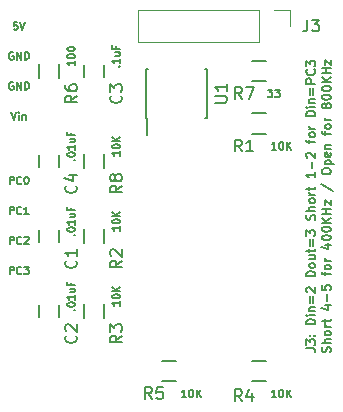
<source format=gbr>
G04 #@! TF.FileFunction,Legend,Top*
%FSLAX46Y46*%
G04 Gerber Fmt 4.6, Leading zero omitted, Abs format (unit mm)*
G04 Created by KiCad (PCBNEW 4.0.7) date Thursday, December 07, 2017 'PMt' 10:45:11 PM*
%MOMM*%
%LPD*%
G01*
G04 APERTURE LIST*
%ADD10C,0.100000*%
%ADD11C,0.190500*%
%ADD12C,0.127000*%
%ADD13C,0.150000*%
%ADD14C,0.120000*%
G04 APERTURE END LIST*
D10*
D11*
X139885964Y-82531857D02*
X140430250Y-82531857D01*
X140539107Y-82568143D01*
X140611679Y-82640714D01*
X140647964Y-82749571D01*
X140647964Y-82822143D01*
X139885964Y-82241572D02*
X139885964Y-81769858D01*
X140176250Y-82023858D01*
X140176250Y-81915000D01*
X140212536Y-81842429D01*
X140248821Y-81806143D01*
X140321393Y-81769858D01*
X140502821Y-81769858D01*
X140575393Y-81806143D01*
X140611679Y-81842429D01*
X140647964Y-81915000D01*
X140647964Y-82132715D01*
X140611679Y-82205286D01*
X140575393Y-82241572D01*
X140575393Y-81443286D02*
X140611679Y-81407001D01*
X140647964Y-81443286D01*
X140611679Y-81479572D01*
X140575393Y-81443286D01*
X140647964Y-81443286D01*
X140176250Y-81443286D02*
X140212536Y-81407001D01*
X140248821Y-81443286D01*
X140212536Y-81479572D01*
X140176250Y-81443286D01*
X140248821Y-81443286D01*
X140647964Y-80499858D02*
X139885964Y-80499858D01*
X139885964Y-80318430D01*
X139922250Y-80209573D01*
X139994821Y-80137001D01*
X140067393Y-80100716D01*
X140212536Y-80064430D01*
X140321393Y-80064430D01*
X140466536Y-80100716D01*
X140539107Y-80137001D01*
X140611679Y-80209573D01*
X140647964Y-80318430D01*
X140647964Y-80499858D01*
X140647964Y-79737858D02*
X140139964Y-79737858D01*
X139885964Y-79737858D02*
X139922250Y-79774144D01*
X139958536Y-79737858D01*
X139922250Y-79701573D01*
X139885964Y-79737858D01*
X139958536Y-79737858D01*
X140139964Y-79375001D02*
X140647964Y-79375001D01*
X140212536Y-79375001D02*
X140176250Y-79338716D01*
X140139964Y-79266144D01*
X140139964Y-79157287D01*
X140176250Y-79084716D01*
X140248821Y-79048430D01*
X140647964Y-79048430D01*
X140248821Y-78685572D02*
X140248821Y-78105001D01*
X140466536Y-78105001D02*
X140466536Y-78685572D01*
X139958536Y-77778429D02*
X139922250Y-77742143D01*
X139885964Y-77669572D01*
X139885964Y-77488143D01*
X139922250Y-77415572D01*
X139958536Y-77379286D01*
X140031107Y-77343001D01*
X140103679Y-77343001D01*
X140212536Y-77379286D01*
X140647964Y-77814715D01*
X140647964Y-77343001D01*
X140647964Y-76435858D02*
X139885964Y-76435858D01*
X139885964Y-76254430D01*
X139922250Y-76145573D01*
X139994821Y-76073001D01*
X140067393Y-76036716D01*
X140212536Y-76000430D01*
X140321393Y-76000430D01*
X140466536Y-76036716D01*
X140539107Y-76073001D01*
X140611679Y-76145573D01*
X140647964Y-76254430D01*
X140647964Y-76435858D01*
X140647964Y-75565001D02*
X140611679Y-75637573D01*
X140575393Y-75673858D01*
X140502821Y-75710144D01*
X140285107Y-75710144D01*
X140212536Y-75673858D01*
X140176250Y-75637573D01*
X140139964Y-75565001D01*
X140139964Y-75456144D01*
X140176250Y-75383573D01*
X140212536Y-75347287D01*
X140285107Y-75311001D01*
X140502821Y-75311001D01*
X140575393Y-75347287D01*
X140611679Y-75383573D01*
X140647964Y-75456144D01*
X140647964Y-75565001D01*
X140139964Y-74657858D02*
X140647964Y-74657858D01*
X140139964Y-74984429D02*
X140539107Y-74984429D01*
X140611679Y-74948144D01*
X140647964Y-74875572D01*
X140647964Y-74766715D01*
X140611679Y-74694144D01*
X140575393Y-74657858D01*
X140139964Y-74403858D02*
X140139964Y-74113572D01*
X139885964Y-74295000D02*
X140539107Y-74295000D01*
X140611679Y-74258715D01*
X140647964Y-74186143D01*
X140647964Y-74113572D01*
X140248821Y-73859571D02*
X140248821Y-73279000D01*
X140466536Y-73279000D02*
X140466536Y-73859571D01*
X139885964Y-72988714D02*
X139885964Y-72517000D01*
X140176250Y-72771000D01*
X140176250Y-72662142D01*
X140212536Y-72589571D01*
X140248821Y-72553285D01*
X140321393Y-72517000D01*
X140502821Y-72517000D01*
X140575393Y-72553285D01*
X140611679Y-72589571D01*
X140647964Y-72662142D01*
X140647964Y-72879857D01*
X140611679Y-72952428D01*
X140575393Y-72988714D01*
X140611679Y-71646143D02*
X140647964Y-71537286D01*
X140647964Y-71355857D01*
X140611679Y-71283286D01*
X140575393Y-71247000D01*
X140502821Y-71210715D01*
X140430250Y-71210715D01*
X140357679Y-71247000D01*
X140321393Y-71283286D01*
X140285107Y-71355857D01*
X140248821Y-71501000D01*
X140212536Y-71573572D01*
X140176250Y-71609857D01*
X140103679Y-71646143D01*
X140031107Y-71646143D01*
X139958536Y-71609857D01*
X139922250Y-71573572D01*
X139885964Y-71501000D01*
X139885964Y-71319572D01*
X139922250Y-71210715D01*
X140647964Y-70884143D02*
X139885964Y-70884143D01*
X140647964Y-70557572D02*
X140248821Y-70557572D01*
X140176250Y-70593858D01*
X140139964Y-70666429D01*
X140139964Y-70775286D01*
X140176250Y-70847858D01*
X140212536Y-70884143D01*
X140647964Y-70085857D02*
X140611679Y-70158429D01*
X140575393Y-70194714D01*
X140502821Y-70231000D01*
X140285107Y-70231000D01*
X140212536Y-70194714D01*
X140176250Y-70158429D01*
X140139964Y-70085857D01*
X140139964Y-69977000D01*
X140176250Y-69904429D01*
X140212536Y-69868143D01*
X140285107Y-69831857D01*
X140502821Y-69831857D01*
X140575393Y-69868143D01*
X140611679Y-69904429D01*
X140647964Y-69977000D01*
X140647964Y-70085857D01*
X140647964Y-69505285D02*
X140139964Y-69505285D01*
X140285107Y-69505285D02*
X140212536Y-69469000D01*
X140176250Y-69432714D01*
X140139964Y-69360143D01*
X140139964Y-69287571D01*
X140139964Y-69142429D02*
X140139964Y-68852143D01*
X139885964Y-69033571D02*
X140539107Y-69033571D01*
X140611679Y-68997286D01*
X140647964Y-68924714D01*
X140647964Y-68852143D01*
X140647964Y-67618429D02*
X140647964Y-68053857D01*
X140647964Y-67836143D02*
X139885964Y-67836143D01*
X139994821Y-67908714D01*
X140067393Y-67981286D01*
X140103679Y-68053857D01*
X140357679Y-67291857D02*
X140357679Y-66711286D01*
X139958536Y-66384714D02*
X139922250Y-66348428D01*
X139885964Y-66275857D01*
X139885964Y-66094428D01*
X139922250Y-66021857D01*
X139958536Y-65985571D01*
X140031107Y-65949286D01*
X140103679Y-65949286D01*
X140212536Y-65985571D01*
X140647964Y-66421000D01*
X140647964Y-65949286D01*
X140139964Y-65151001D02*
X140139964Y-64860715D01*
X140647964Y-65042143D02*
X139994821Y-65042143D01*
X139922250Y-65005858D01*
X139885964Y-64933286D01*
X139885964Y-64860715D01*
X140647964Y-64497857D02*
X140611679Y-64570429D01*
X140575393Y-64606714D01*
X140502821Y-64643000D01*
X140285107Y-64643000D01*
X140212536Y-64606714D01*
X140176250Y-64570429D01*
X140139964Y-64497857D01*
X140139964Y-64389000D01*
X140176250Y-64316429D01*
X140212536Y-64280143D01*
X140285107Y-64243857D01*
X140502821Y-64243857D01*
X140575393Y-64280143D01*
X140611679Y-64316429D01*
X140647964Y-64389000D01*
X140647964Y-64497857D01*
X140647964Y-63917285D02*
X140139964Y-63917285D01*
X140285107Y-63917285D02*
X140212536Y-63881000D01*
X140176250Y-63844714D01*
X140139964Y-63772143D01*
X140139964Y-63699571D01*
X140647964Y-62865000D02*
X139885964Y-62865000D01*
X139885964Y-62683572D01*
X139922250Y-62574715D01*
X139994821Y-62502143D01*
X140067393Y-62465858D01*
X140212536Y-62429572D01*
X140321393Y-62429572D01*
X140466536Y-62465858D01*
X140539107Y-62502143D01*
X140611679Y-62574715D01*
X140647964Y-62683572D01*
X140647964Y-62865000D01*
X140647964Y-62103000D02*
X140139964Y-62103000D01*
X139885964Y-62103000D02*
X139922250Y-62139286D01*
X139958536Y-62103000D01*
X139922250Y-62066715D01*
X139885964Y-62103000D01*
X139958536Y-62103000D01*
X140139964Y-61740143D02*
X140647964Y-61740143D01*
X140212536Y-61740143D02*
X140176250Y-61703858D01*
X140139964Y-61631286D01*
X140139964Y-61522429D01*
X140176250Y-61449858D01*
X140248821Y-61413572D01*
X140647964Y-61413572D01*
X140248821Y-61050714D02*
X140248821Y-60470143D01*
X140466536Y-60470143D02*
X140466536Y-61050714D01*
X140647964Y-60107285D02*
X139885964Y-60107285D01*
X139885964Y-59817000D01*
X139922250Y-59744428D01*
X139958536Y-59708143D01*
X140031107Y-59671857D01*
X140139964Y-59671857D01*
X140212536Y-59708143D01*
X140248821Y-59744428D01*
X140285107Y-59817000D01*
X140285107Y-60107285D01*
X140575393Y-58909857D02*
X140611679Y-58946143D01*
X140647964Y-59055000D01*
X140647964Y-59127571D01*
X140611679Y-59236428D01*
X140539107Y-59309000D01*
X140466536Y-59345285D01*
X140321393Y-59381571D01*
X140212536Y-59381571D01*
X140067393Y-59345285D01*
X139994821Y-59309000D01*
X139922250Y-59236428D01*
X139885964Y-59127571D01*
X139885964Y-59055000D01*
X139922250Y-58946143D01*
X139958536Y-58909857D01*
X139885964Y-58655857D02*
X139885964Y-58184143D01*
X140176250Y-58438143D01*
X140176250Y-58329285D01*
X140212536Y-58256714D01*
X140248821Y-58220428D01*
X140321393Y-58184143D01*
X140502821Y-58184143D01*
X140575393Y-58220428D01*
X140611679Y-58256714D01*
X140647964Y-58329285D01*
X140647964Y-58547000D01*
X140611679Y-58619571D01*
X140575393Y-58655857D01*
X141945179Y-82840285D02*
X141981464Y-82731428D01*
X141981464Y-82549999D01*
X141945179Y-82477428D01*
X141908893Y-82441142D01*
X141836321Y-82404857D01*
X141763750Y-82404857D01*
X141691179Y-82441142D01*
X141654893Y-82477428D01*
X141618607Y-82549999D01*
X141582321Y-82695142D01*
X141546036Y-82767714D01*
X141509750Y-82803999D01*
X141437179Y-82840285D01*
X141364607Y-82840285D01*
X141292036Y-82803999D01*
X141255750Y-82767714D01*
X141219464Y-82695142D01*
X141219464Y-82513714D01*
X141255750Y-82404857D01*
X141981464Y-82078285D02*
X141219464Y-82078285D01*
X141981464Y-81751714D02*
X141582321Y-81751714D01*
X141509750Y-81788000D01*
X141473464Y-81860571D01*
X141473464Y-81969428D01*
X141509750Y-82042000D01*
X141546036Y-82078285D01*
X141981464Y-81279999D02*
X141945179Y-81352571D01*
X141908893Y-81388856D01*
X141836321Y-81425142D01*
X141618607Y-81425142D01*
X141546036Y-81388856D01*
X141509750Y-81352571D01*
X141473464Y-81279999D01*
X141473464Y-81171142D01*
X141509750Y-81098571D01*
X141546036Y-81062285D01*
X141618607Y-81025999D01*
X141836321Y-81025999D01*
X141908893Y-81062285D01*
X141945179Y-81098571D01*
X141981464Y-81171142D01*
X141981464Y-81279999D01*
X141981464Y-80699427D02*
X141473464Y-80699427D01*
X141618607Y-80699427D02*
X141546036Y-80663142D01*
X141509750Y-80626856D01*
X141473464Y-80554285D01*
X141473464Y-80481713D01*
X141473464Y-80336571D02*
X141473464Y-80046285D01*
X141219464Y-80227713D02*
X141872607Y-80227713D01*
X141945179Y-80191428D01*
X141981464Y-80118856D01*
X141981464Y-80046285D01*
X141473464Y-78885142D02*
X141981464Y-78885142D01*
X141183179Y-79066571D02*
X141727464Y-79247999D01*
X141727464Y-78776285D01*
X141691179Y-78485999D02*
X141691179Y-77905428D01*
X141219464Y-77179713D02*
X141219464Y-77542570D01*
X141582321Y-77578856D01*
X141546036Y-77542570D01*
X141509750Y-77469999D01*
X141509750Y-77288570D01*
X141546036Y-77215999D01*
X141582321Y-77179713D01*
X141654893Y-77143428D01*
X141836321Y-77143428D01*
X141908893Y-77179713D01*
X141945179Y-77215999D01*
X141981464Y-77288570D01*
X141981464Y-77469999D01*
X141945179Y-77542570D01*
X141908893Y-77578856D01*
X141473464Y-76345143D02*
X141473464Y-76054857D01*
X141981464Y-76236285D02*
X141328321Y-76236285D01*
X141255750Y-76200000D01*
X141219464Y-76127428D01*
X141219464Y-76054857D01*
X141981464Y-75691999D02*
X141945179Y-75764571D01*
X141908893Y-75800856D01*
X141836321Y-75837142D01*
X141618607Y-75837142D01*
X141546036Y-75800856D01*
X141509750Y-75764571D01*
X141473464Y-75691999D01*
X141473464Y-75583142D01*
X141509750Y-75510571D01*
X141546036Y-75474285D01*
X141618607Y-75437999D01*
X141836321Y-75437999D01*
X141908893Y-75474285D01*
X141945179Y-75510571D01*
X141981464Y-75583142D01*
X141981464Y-75691999D01*
X141981464Y-75111427D02*
X141473464Y-75111427D01*
X141618607Y-75111427D02*
X141546036Y-75075142D01*
X141509750Y-75038856D01*
X141473464Y-74966285D01*
X141473464Y-74893713D01*
X141473464Y-73732571D02*
X141981464Y-73732571D01*
X141183179Y-73914000D02*
X141727464Y-74095428D01*
X141727464Y-73623714D01*
X141219464Y-73188286D02*
X141219464Y-73115714D01*
X141255750Y-73043143D01*
X141292036Y-73006857D01*
X141364607Y-72970571D01*
X141509750Y-72934286D01*
X141691179Y-72934286D01*
X141836321Y-72970571D01*
X141908893Y-73006857D01*
X141945179Y-73043143D01*
X141981464Y-73115714D01*
X141981464Y-73188286D01*
X141945179Y-73260857D01*
X141908893Y-73297143D01*
X141836321Y-73333428D01*
X141691179Y-73369714D01*
X141509750Y-73369714D01*
X141364607Y-73333428D01*
X141292036Y-73297143D01*
X141255750Y-73260857D01*
X141219464Y-73188286D01*
X141219464Y-72462572D02*
X141219464Y-72390000D01*
X141255750Y-72317429D01*
X141292036Y-72281143D01*
X141364607Y-72244857D01*
X141509750Y-72208572D01*
X141691179Y-72208572D01*
X141836321Y-72244857D01*
X141908893Y-72281143D01*
X141945179Y-72317429D01*
X141981464Y-72390000D01*
X141981464Y-72462572D01*
X141945179Y-72535143D01*
X141908893Y-72571429D01*
X141836321Y-72607714D01*
X141691179Y-72644000D01*
X141509750Y-72644000D01*
X141364607Y-72607714D01*
X141292036Y-72571429D01*
X141255750Y-72535143D01*
X141219464Y-72462572D01*
X141981464Y-71882000D02*
X141219464Y-71882000D01*
X141981464Y-71446572D02*
X141546036Y-71773143D01*
X141219464Y-71446572D02*
X141654893Y-71882000D01*
X141981464Y-71120000D02*
X141219464Y-71120000D01*
X141582321Y-71120000D02*
X141582321Y-70684572D01*
X141981464Y-70684572D02*
X141219464Y-70684572D01*
X141473464Y-70394286D02*
X141473464Y-69995143D01*
X141981464Y-70394286D01*
X141981464Y-69995143D01*
X141183179Y-68580001D02*
X142162893Y-69233144D01*
X141219464Y-67600287D02*
X141219464Y-67455144D01*
X141255750Y-67382572D01*
X141328321Y-67310001D01*
X141473464Y-67273715D01*
X141727464Y-67273715D01*
X141872607Y-67310001D01*
X141945179Y-67382572D01*
X141981464Y-67455144D01*
X141981464Y-67600287D01*
X141945179Y-67672858D01*
X141872607Y-67745429D01*
X141727464Y-67781715D01*
X141473464Y-67781715D01*
X141328321Y-67745429D01*
X141255750Y-67672858D01*
X141219464Y-67600287D01*
X141473464Y-66947143D02*
X142235464Y-66947143D01*
X141509750Y-66947143D02*
X141473464Y-66874572D01*
X141473464Y-66729429D01*
X141509750Y-66656858D01*
X141546036Y-66620572D01*
X141618607Y-66584286D01*
X141836321Y-66584286D01*
X141908893Y-66620572D01*
X141945179Y-66656858D01*
X141981464Y-66729429D01*
X141981464Y-66874572D01*
X141945179Y-66947143D01*
X141945179Y-65967429D02*
X141981464Y-66040000D01*
X141981464Y-66185143D01*
X141945179Y-66257714D01*
X141872607Y-66294000D01*
X141582321Y-66294000D01*
X141509750Y-66257714D01*
X141473464Y-66185143D01*
X141473464Y-66040000D01*
X141509750Y-65967429D01*
X141582321Y-65931143D01*
X141654893Y-65931143D01*
X141727464Y-66294000D01*
X141473464Y-65604571D02*
X141981464Y-65604571D01*
X141546036Y-65604571D02*
X141509750Y-65568286D01*
X141473464Y-65495714D01*
X141473464Y-65386857D01*
X141509750Y-65314286D01*
X141582321Y-65278000D01*
X141981464Y-65278000D01*
X141473464Y-64443429D02*
X141473464Y-64153143D01*
X141981464Y-64334571D02*
X141328321Y-64334571D01*
X141255750Y-64298286D01*
X141219464Y-64225714D01*
X141219464Y-64153143D01*
X141981464Y-63790285D02*
X141945179Y-63862857D01*
X141908893Y-63899142D01*
X141836321Y-63935428D01*
X141618607Y-63935428D01*
X141546036Y-63899142D01*
X141509750Y-63862857D01*
X141473464Y-63790285D01*
X141473464Y-63681428D01*
X141509750Y-63608857D01*
X141546036Y-63572571D01*
X141618607Y-63536285D01*
X141836321Y-63536285D01*
X141908893Y-63572571D01*
X141945179Y-63608857D01*
X141981464Y-63681428D01*
X141981464Y-63790285D01*
X141981464Y-63209713D02*
X141473464Y-63209713D01*
X141618607Y-63209713D02*
X141546036Y-63173428D01*
X141509750Y-63137142D01*
X141473464Y-63064571D01*
X141473464Y-62991999D01*
X141546036Y-62048571D02*
X141509750Y-62121143D01*
X141473464Y-62157428D01*
X141400893Y-62193714D01*
X141364607Y-62193714D01*
X141292036Y-62157428D01*
X141255750Y-62121143D01*
X141219464Y-62048571D01*
X141219464Y-61903428D01*
X141255750Y-61830857D01*
X141292036Y-61794571D01*
X141364607Y-61758286D01*
X141400893Y-61758286D01*
X141473464Y-61794571D01*
X141509750Y-61830857D01*
X141546036Y-61903428D01*
X141546036Y-62048571D01*
X141582321Y-62121143D01*
X141618607Y-62157428D01*
X141691179Y-62193714D01*
X141836321Y-62193714D01*
X141908893Y-62157428D01*
X141945179Y-62121143D01*
X141981464Y-62048571D01*
X141981464Y-61903428D01*
X141945179Y-61830857D01*
X141908893Y-61794571D01*
X141836321Y-61758286D01*
X141691179Y-61758286D01*
X141618607Y-61794571D01*
X141582321Y-61830857D01*
X141546036Y-61903428D01*
X141219464Y-61286572D02*
X141219464Y-61214000D01*
X141255750Y-61141429D01*
X141292036Y-61105143D01*
X141364607Y-61068857D01*
X141509750Y-61032572D01*
X141691179Y-61032572D01*
X141836321Y-61068857D01*
X141908893Y-61105143D01*
X141945179Y-61141429D01*
X141981464Y-61214000D01*
X141981464Y-61286572D01*
X141945179Y-61359143D01*
X141908893Y-61395429D01*
X141836321Y-61431714D01*
X141691179Y-61468000D01*
X141509750Y-61468000D01*
X141364607Y-61431714D01*
X141292036Y-61395429D01*
X141255750Y-61359143D01*
X141219464Y-61286572D01*
X141219464Y-60560858D02*
X141219464Y-60488286D01*
X141255750Y-60415715D01*
X141292036Y-60379429D01*
X141364607Y-60343143D01*
X141509750Y-60306858D01*
X141691179Y-60306858D01*
X141836321Y-60343143D01*
X141908893Y-60379429D01*
X141945179Y-60415715D01*
X141981464Y-60488286D01*
X141981464Y-60560858D01*
X141945179Y-60633429D01*
X141908893Y-60669715D01*
X141836321Y-60706000D01*
X141691179Y-60742286D01*
X141509750Y-60742286D01*
X141364607Y-60706000D01*
X141292036Y-60669715D01*
X141255750Y-60633429D01*
X141219464Y-60560858D01*
X141981464Y-59980286D02*
X141219464Y-59980286D01*
X141981464Y-59544858D02*
X141546036Y-59871429D01*
X141219464Y-59544858D02*
X141654893Y-59980286D01*
X141981464Y-59218286D02*
X141219464Y-59218286D01*
X141582321Y-59218286D02*
X141582321Y-58782858D01*
X141981464Y-58782858D02*
X141219464Y-58782858D01*
X141473464Y-58492572D02*
X141473464Y-58093429D01*
X141981464Y-58492572D01*
X141981464Y-58093429D01*
D12*
X114783809Y-68613262D02*
X114783809Y-67978262D01*
X115025714Y-67978262D01*
X115086190Y-68008500D01*
X115116429Y-68038738D01*
X115146667Y-68099214D01*
X115146667Y-68189929D01*
X115116429Y-68250405D01*
X115086190Y-68280643D01*
X115025714Y-68310881D01*
X114783809Y-68310881D01*
X115781667Y-68552786D02*
X115751429Y-68583024D01*
X115660714Y-68613262D01*
X115600238Y-68613262D01*
X115509524Y-68583024D01*
X115449048Y-68522548D01*
X115418809Y-68462071D01*
X115388571Y-68341119D01*
X115388571Y-68250405D01*
X115418809Y-68129452D01*
X115449048Y-68068976D01*
X115509524Y-68008500D01*
X115600238Y-67978262D01*
X115660714Y-67978262D01*
X115751429Y-68008500D01*
X115781667Y-68038738D01*
X116174762Y-67978262D02*
X116235238Y-67978262D01*
X116295714Y-68008500D01*
X116325952Y-68038738D01*
X116356190Y-68099214D01*
X116386429Y-68220167D01*
X116386429Y-68371357D01*
X116356190Y-68492310D01*
X116325952Y-68552786D01*
X116295714Y-68583024D01*
X116235238Y-68613262D01*
X116174762Y-68613262D01*
X116114286Y-68583024D01*
X116084048Y-68552786D01*
X116053809Y-68492310D01*
X116023571Y-68371357D01*
X116023571Y-68220167D01*
X116053809Y-68099214D01*
X116084048Y-68038738D01*
X116114286Y-68008500D01*
X116174762Y-67978262D01*
X114783809Y-71153262D02*
X114783809Y-70518262D01*
X115025714Y-70518262D01*
X115086190Y-70548500D01*
X115116429Y-70578738D01*
X115146667Y-70639214D01*
X115146667Y-70729929D01*
X115116429Y-70790405D01*
X115086190Y-70820643D01*
X115025714Y-70850881D01*
X114783809Y-70850881D01*
X115781667Y-71092786D02*
X115751429Y-71123024D01*
X115660714Y-71153262D01*
X115600238Y-71153262D01*
X115509524Y-71123024D01*
X115449048Y-71062548D01*
X115418809Y-71002071D01*
X115388571Y-70881119D01*
X115388571Y-70790405D01*
X115418809Y-70669452D01*
X115449048Y-70608976D01*
X115509524Y-70548500D01*
X115600238Y-70518262D01*
X115660714Y-70518262D01*
X115751429Y-70548500D01*
X115781667Y-70578738D01*
X116386429Y-71153262D02*
X116023571Y-71153262D01*
X116205000Y-71153262D02*
X116205000Y-70518262D01*
X116144524Y-70608976D01*
X116084048Y-70669452D01*
X116023571Y-70699690D01*
X114783809Y-73693262D02*
X114783809Y-73058262D01*
X115025714Y-73058262D01*
X115086190Y-73088500D01*
X115116429Y-73118738D01*
X115146667Y-73179214D01*
X115146667Y-73269929D01*
X115116429Y-73330405D01*
X115086190Y-73360643D01*
X115025714Y-73390881D01*
X114783809Y-73390881D01*
X115781667Y-73632786D02*
X115751429Y-73663024D01*
X115660714Y-73693262D01*
X115600238Y-73693262D01*
X115509524Y-73663024D01*
X115449048Y-73602548D01*
X115418809Y-73542071D01*
X115388571Y-73421119D01*
X115388571Y-73330405D01*
X115418809Y-73209452D01*
X115449048Y-73148976D01*
X115509524Y-73088500D01*
X115600238Y-73058262D01*
X115660714Y-73058262D01*
X115751429Y-73088500D01*
X115781667Y-73118738D01*
X116023571Y-73118738D02*
X116053809Y-73088500D01*
X116114286Y-73058262D01*
X116265476Y-73058262D01*
X116325952Y-73088500D01*
X116356190Y-73118738D01*
X116386429Y-73179214D01*
X116386429Y-73239690D01*
X116356190Y-73330405D01*
X115993333Y-73693262D01*
X116386429Y-73693262D01*
X115449047Y-54897262D02*
X115146666Y-54897262D01*
X115116428Y-55199643D01*
X115146666Y-55169405D01*
X115207143Y-55139167D01*
X115358333Y-55139167D01*
X115418809Y-55169405D01*
X115449047Y-55199643D01*
X115479286Y-55260119D01*
X115479286Y-55411310D01*
X115449047Y-55471786D01*
X115418809Y-55502024D01*
X115358333Y-55532262D01*
X115207143Y-55532262D01*
X115146666Y-55502024D01*
X115116428Y-55471786D01*
X115660714Y-54897262D02*
X115872381Y-55532262D01*
X116084048Y-54897262D01*
X115086191Y-57467500D02*
X115025714Y-57437262D01*
X114935000Y-57437262D01*
X114844286Y-57467500D01*
X114783810Y-57527976D01*
X114753571Y-57588452D01*
X114723333Y-57709405D01*
X114723333Y-57800119D01*
X114753571Y-57921071D01*
X114783810Y-57981548D01*
X114844286Y-58042024D01*
X114935000Y-58072262D01*
X114995476Y-58072262D01*
X115086191Y-58042024D01*
X115116429Y-58011786D01*
X115116429Y-57800119D01*
X114995476Y-57800119D01*
X115388571Y-58072262D02*
X115388571Y-57437262D01*
X115751429Y-58072262D01*
X115751429Y-57437262D01*
X116053809Y-58072262D02*
X116053809Y-57437262D01*
X116205000Y-57437262D01*
X116295714Y-57467500D01*
X116356190Y-57527976D01*
X116386429Y-57588452D01*
X116416667Y-57709405D01*
X116416667Y-57800119D01*
X116386429Y-57921071D01*
X116356190Y-57981548D01*
X116295714Y-58042024D01*
X116205000Y-58072262D01*
X116053809Y-58072262D01*
X115086191Y-60007500D02*
X115025714Y-59977262D01*
X114935000Y-59977262D01*
X114844286Y-60007500D01*
X114783810Y-60067976D01*
X114753571Y-60128452D01*
X114723333Y-60249405D01*
X114723333Y-60340119D01*
X114753571Y-60461071D01*
X114783810Y-60521548D01*
X114844286Y-60582024D01*
X114935000Y-60612262D01*
X114995476Y-60612262D01*
X115086191Y-60582024D01*
X115116429Y-60551786D01*
X115116429Y-60340119D01*
X114995476Y-60340119D01*
X115388571Y-60612262D02*
X115388571Y-59977262D01*
X115751429Y-60612262D01*
X115751429Y-59977262D01*
X116053809Y-60612262D02*
X116053809Y-59977262D01*
X116205000Y-59977262D01*
X116295714Y-60007500D01*
X116356190Y-60067976D01*
X116386429Y-60128452D01*
X116416667Y-60249405D01*
X116416667Y-60340119D01*
X116386429Y-60461071D01*
X116356190Y-60521548D01*
X116295714Y-60582024D01*
X116205000Y-60612262D01*
X116053809Y-60612262D01*
X114783809Y-76233262D02*
X114783809Y-75598262D01*
X115025714Y-75598262D01*
X115086190Y-75628500D01*
X115116429Y-75658738D01*
X115146667Y-75719214D01*
X115146667Y-75809929D01*
X115116429Y-75870405D01*
X115086190Y-75900643D01*
X115025714Y-75930881D01*
X114783809Y-75930881D01*
X115781667Y-76172786D02*
X115751429Y-76203024D01*
X115660714Y-76233262D01*
X115600238Y-76233262D01*
X115509524Y-76203024D01*
X115449048Y-76142548D01*
X115418809Y-76082071D01*
X115388571Y-75961119D01*
X115388571Y-75870405D01*
X115418809Y-75749452D01*
X115449048Y-75688976D01*
X115509524Y-75628500D01*
X115600238Y-75598262D01*
X115660714Y-75598262D01*
X115751429Y-75628500D01*
X115781667Y-75658738D01*
X115993333Y-75598262D02*
X116386429Y-75598262D01*
X116174762Y-75840167D01*
X116265476Y-75840167D01*
X116325952Y-75870405D01*
X116356190Y-75900643D01*
X116386429Y-75961119D01*
X116386429Y-76112310D01*
X116356190Y-76172786D01*
X116325952Y-76203024D01*
X116265476Y-76233262D01*
X116084048Y-76233262D01*
X116023571Y-76203024D01*
X115993333Y-76172786D01*
X114919881Y-62517262D02*
X115131548Y-63152262D01*
X115343215Y-62517262D01*
X115554881Y-63152262D02*
X115554881Y-62728929D01*
X115554881Y-62517262D02*
X115524643Y-62547500D01*
X115554881Y-62577738D01*
X115585120Y-62547500D01*
X115554881Y-62517262D01*
X115554881Y-62577738D01*
X115857262Y-62728929D02*
X115857262Y-63152262D01*
X115857262Y-62789405D02*
X115887501Y-62759167D01*
X115947977Y-62728929D01*
X116038691Y-62728929D01*
X116099167Y-62759167D01*
X116129405Y-62819643D01*
X116129405Y-63152262D01*
D13*
X118960000Y-73525000D02*
X118960000Y-72525000D01*
X117260000Y-72525000D02*
X117260000Y-73525000D01*
X118960000Y-79875000D02*
X118960000Y-78875000D01*
X117260000Y-78875000D02*
X117260000Y-79875000D01*
X136490000Y-64375000D02*
X135290000Y-64375000D01*
X135290000Y-62625000D02*
X136490000Y-62625000D01*
X122795000Y-72425000D02*
X122795000Y-73625000D01*
X121045000Y-73625000D02*
X121045000Y-72425000D01*
X122795000Y-78775000D02*
X122795000Y-79975000D01*
X121045000Y-79975000D02*
X121045000Y-78775000D01*
X135290000Y-83580000D02*
X136490000Y-83580000D01*
X136490000Y-85330000D02*
X135290000Y-85330000D01*
X128870000Y-85330000D02*
X127670000Y-85330000D01*
X127670000Y-83580000D02*
X128870000Y-83580000D01*
X126330000Y-63035000D02*
X126380000Y-63035000D01*
X126330000Y-58885000D02*
X126475000Y-58885000D01*
X131480000Y-58885000D02*
X131335000Y-58885000D01*
X131480000Y-63035000D02*
X131335000Y-63035000D01*
X126330000Y-63035000D02*
X126330000Y-58885000D01*
X131480000Y-63035000D02*
X131480000Y-58885000D01*
X126380000Y-63035000D02*
X126380000Y-64435000D01*
X121070000Y-58555000D02*
X121070000Y-59555000D01*
X122770000Y-59555000D02*
X122770000Y-58555000D01*
X118960000Y-67175000D02*
X118960000Y-66175000D01*
X117260000Y-66175000D02*
X117260000Y-67175000D01*
X118985000Y-58455000D02*
X118985000Y-59655000D01*
X117235000Y-59655000D02*
X117235000Y-58455000D01*
X136490000Y-59930000D02*
X135290000Y-59930000D01*
X135290000Y-58180000D02*
X136490000Y-58180000D01*
X122795000Y-66075000D02*
X122795000Y-67275000D01*
X121045000Y-67275000D02*
X121045000Y-66075000D01*
D14*
X125670000Y-53915000D02*
X125670000Y-56575000D01*
X135890000Y-53915000D02*
X125670000Y-53915000D01*
X135890000Y-56575000D02*
X125670000Y-56575000D01*
X135890000Y-53915000D02*
X135890000Y-56575000D01*
X137160000Y-53915000D02*
X138490000Y-53915000D01*
X138490000Y-53915000D02*
X138490000Y-55245000D01*
D13*
X120372143Y-75096666D02*
X120419762Y-75144285D01*
X120467381Y-75287142D01*
X120467381Y-75382380D01*
X120419762Y-75525238D01*
X120324524Y-75620476D01*
X120229286Y-75668095D01*
X120038810Y-75715714D01*
X119895952Y-75715714D01*
X119705476Y-75668095D01*
X119610238Y-75620476D01*
X119515000Y-75525238D01*
X119467381Y-75382380D01*
X119467381Y-75287142D01*
X119515000Y-75144285D01*
X119562619Y-75096666D01*
X120467381Y-74144285D02*
X120467381Y-74715714D01*
X120467381Y-74430000D02*
X119467381Y-74430000D01*
X119610238Y-74525238D01*
X119705476Y-74620476D01*
X119753095Y-74715714D01*
X120241786Y-72919167D02*
X120272024Y-72888928D01*
X120302262Y-72919167D01*
X120272024Y-72949405D01*
X120241786Y-72919167D01*
X120302262Y-72919167D01*
X119667262Y-72495833D02*
X119667262Y-72435357D01*
X119697500Y-72374881D01*
X119727738Y-72344643D01*
X119788214Y-72314405D01*
X119909167Y-72284166D01*
X120060357Y-72284166D01*
X120181310Y-72314405D01*
X120241786Y-72344643D01*
X120272024Y-72374881D01*
X120302262Y-72435357D01*
X120302262Y-72495833D01*
X120272024Y-72556309D01*
X120241786Y-72586547D01*
X120181310Y-72616786D01*
X120060357Y-72647024D01*
X119909167Y-72647024D01*
X119788214Y-72616786D01*
X119727738Y-72586547D01*
X119697500Y-72556309D01*
X119667262Y-72495833D01*
X120302262Y-71679404D02*
X120302262Y-72042262D01*
X120302262Y-71860833D02*
X119667262Y-71860833D01*
X119757976Y-71921309D01*
X119818452Y-71981785D01*
X119848690Y-72042262D01*
X119878929Y-71135119D02*
X120302262Y-71135119D01*
X119878929Y-71407262D02*
X120211548Y-71407262D01*
X120272024Y-71377023D01*
X120302262Y-71316547D01*
X120302262Y-71225833D01*
X120272024Y-71165357D01*
X120241786Y-71135119D01*
X119969643Y-70621071D02*
X119969643Y-70832738D01*
X120302262Y-70832738D02*
X119667262Y-70832738D01*
X119667262Y-70530357D01*
X120372143Y-81446666D02*
X120419762Y-81494285D01*
X120467381Y-81637142D01*
X120467381Y-81732380D01*
X120419762Y-81875238D01*
X120324524Y-81970476D01*
X120229286Y-82018095D01*
X120038810Y-82065714D01*
X119895952Y-82065714D01*
X119705476Y-82018095D01*
X119610238Y-81970476D01*
X119515000Y-81875238D01*
X119467381Y-81732380D01*
X119467381Y-81637142D01*
X119515000Y-81494285D01*
X119562619Y-81446666D01*
X119562619Y-81065714D02*
X119515000Y-81018095D01*
X119467381Y-80922857D01*
X119467381Y-80684761D01*
X119515000Y-80589523D01*
X119562619Y-80541904D01*
X119657857Y-80494285D01*
X119753095Y-80494285D01*
X119895952Y-80541904D01*
X120467381Y-81113333D01*
X120467381Y-80494285D01*
X120241786Y-79269167D02*
X120272024Y-79238928D01*
X120302262Y-79269167D01*
X120272024Y-79299405D01*
X120241786Y-79269167D01*
X120302262Y-79269167D01*
X119667262Y-78845833D02*
X119667262Y-78785357D01*
X119697500Y-78724881D01*
X119727738Y-78694643D01*
X119788214Y-78664405D01*
X119909167Y-78634166D01*
X120060357Y-78634166D01*
X120181310Y-78664405D01*
X120241786Y-78694643D01*
X120272024Y-78724881D01*
X120302262Y-78785357D01*
X120302262Y-78845833D01*
X120272024Y-78906309D01*
X120241786Y-78936547D01*
X120181310Y-78966786D01*
X120060357Y-78997024D01*
X119909167Y-78997024D01*
X119788214Y-78966786D01*
X119727738Y-78936547D01*
X119697500Y-78906309D01*
X119667262Y-78845833D01*
X120302262Y-78029404D02*
X120302262Y-78392262D01*
X120302262Y-78210833D02*
X119667262Y-78210833D01*
X119757976Y-78271309D01*
X119818452Y-78331785D01*
X119848690Y-78392262D01*
X119878929Y-77485119D02*
X120302262Y-77485119D01*
X119878929Y-77757262D02*
X120211548Y-77757262D01*
X120272024Y-77727023D01*
X120302262Y-77666547D01*
X120302262Y-77575833D01*
X120272024Y-77515357D01*
X120241786Y-77485119D01*
X119969643Y-76971071D02*
X119969643Y-77182738D01*
X120302262Y-77182738D02*
X119667262Y-77182738D01*
X119667262Y-76880357D01*
X134453334Y-65857381D02*
X134120000Y-65381190D01*
X133881905Y-65857381D02*
X133881905Y-64857381D01*
X134262858Y-64857381D01*
X134358096Y-64905000D01*
X134405715Y-64952619D01*
X134453334Y-65047857D01*
X134453334Y-65190714D01*
X134405715Y-65285952D01*
X134358096Y-65333571D01*
X134262858Y-65381190D01*
X133881905Y-65381190D01*
X135405715Y-65857381D02*
X134834286Y-65857381D01*
X135120000Y-65857381D02*
X135120000Y-64857381D01*
X135024762Y-65000238D01*
X134929524Y-65095476D01*
X134834286Y-65143095D01*
X137356548Y-65692262D02*
X136993690Y-65692262D01*
X137175119Y-65692262D02*
X137175119Y-65057262D01*
X137114643Y-65147976D01*
X137054167Y-65208452D01*
X136993690Y-65238690D01*
X137749643Y-65057262D02*
X137810119Y-65057262D01*
X137870595Y-65087500D01*
X137900833Y-65117738D01*
X137931071Y-65178214D01*
X137961310Y-65299167D01*
X137961310Y-65450357D01*
X137931071Y-65571310D01*
X137900833Y-65631786D01*
X137870595Y-65662024D01*
X137810119Y-65692262D01*
X137749643Y-65692262D01*
X137689167Y-65662024D01*
X137658929Y-65631786D01*
X137628690Y-65571310D01*
X137598452Y-65450357D01*
X137598452Y-65299167D01*
X137628690Y-65178214D01*
X137658929Y-65117738D01*
X137689167Y-65087500D01*
X137749643Y-65057262D01*
X138233452Y-65692262D02*
X138233452Y-65057262D01*
X138596310Y-65692262D02*
X138324167Y-65329405D01*
X138596310Y-65057262D02*
X138233452Y-65420119D01*
X124277381Y-75096666D02*
X123801190Y-75430000D01*
X124277381Y-75668095D02*
X123277381Y-75668095D01*
X123277381Y-75287142D01*
X123325000Y-75191904D01*
X123372619Y-75144285D01*
X123467857Y-75096666D01*
X123610714Y-75096666D01*
X123705952Y-75144285D01*
X123753571Y-75191904D01*
X123801190Y-75287142D01*
X123801190Y-75668095D01*
X123372619Y-74715714D02*
X123325000Y-74668095D01*
X123277381Y-74572857D01*
X123277381Y-74334761D01*
X123325000Y-74239523D01*
X123372619Y-74191904D01*
X123467857Y-74144285D01*
X123563095Y-74144285D01*
X123705952Y-74191904D01*
X124277381Y-74763333D01*
X124277381Y-74144285D01*
X124112262Y-72193452D02*
X124112262Y-72556310D01*
X124112262Y-72374881D02*
X123477262Y-72374881D01*
X123567976Y-72435357D01*
X123628452Y-72495833D01*
X123658690Y-72556310D01*
X123477262Y-71800357D02*
X123477262Y-71739881D01*
X123507500Y-71679405D01*
X123537738Y-71649167D01*
X123598214Y-71618929D01*
X123719167Y-71588690D01*
X123870357Y-71588690D01*
X123991310Y-71618929D01*
X124051786Y-71649167D01*
X124082024Y-71679405D01*
X124112262Y-71739881D01*
X124112262Y-71800357D01*
X124082024Y-71860833D01*
X124051786Y-71891071D01*
X123991310Y-71921310D01*
X123870357Y-71951548D01*
X123719167Y-71951548D01*
X123598214Y-71921310D01*
X123537738Y-71891071D01*
X123507500Y-71860833D01*
X123477262Y-71800357D01*
X124112262Y-71316548D02*
X123477262Y-71316548D01*
X124112262Y-70953690D02*
X123749405Y-71225833D01*
X123477262Y-70953690D02*
X123840119Y-71316548D01*
X124277381Y-81446666D02*
X123801190Y-81780000D01*
X124277381Y-82018095D02*
X123277381Y-82018095D01*
X123277381Y-81637142D01*
X123325000Y-81541904D01*
X123372619Y-81494285D01*
X123467857Y-81446666D01*
X123610714Y-81446666D01*
X123705952Y-81494285D01*
X123753571Y-81541904D01*
X123801190Y-81637142D01*
X123801190Y-82018095D01*
X123277381Y-81113333D02*
X123277381Y-80494285D01*
X123658333Y-80827619D01*
X123658333Y-80684761D01*
X123705952Y-80589523D01*
X123753571Y-80541904D01*
X123848810Y-80494285D01*
X124086905Y-80494285D01*
X124182143Y-80541904D01*
X124229762Y-80589523D01*
X124277381Y-80684761D01*
X124277381Y-80970476D01*
X124229762Y-81065714D01*
X124182143Y-81113333D01*
X124112262Y-78543452D02*
X124112262Y-78906310D01*
X124112262Y-78724881D02*
X123477262Y-78724881D01*
X123567976Y-78785357D01*
X123628452Y-78845833D01*
X123658690Y-78906310D01*
X123477262Y-78150357D02*
X123477262Y-78089881D01*
X123507500Y-78029405D01*
X123537738Y-77999167D01*
X123598214Y-77968929D01*
X123719167Y-77938690D01*
X123870357Y-77938690D01*
X123991310Y-77968929D01*
X124051786Y-77999167D01*
X124082024Y-78029405D01*
X124112262Y-78089881D01*
X124112262Y-78150357D01*
X124082024Y-78210833D01*
X124051786Y-78241071D01*
X123991310Y-78271310D01*
X123870357Y-78301548D01*
X123719167Y-78301548D01*
X123598214Y-78271310D01*
X123537738Y-78241071D01*
X123507500Y-78210833D01*
X123477262Y-78150357D01*
X124112262Y-77666548D02*
X123477262Y-77666548D01*
X124112262Y-77303690D02*
X123749405Y-77575833D01*
X123477262Y-77303690D02*
X123840119Y-77666548D01*
X134453334Y-87007381D02*
X134120000Y-86531190D01*
X133881905Y-87007381D02*
X133881905Y-86007381D01*
X134262858Y-86007381D01*
X134358096Y-86055000D01*
X134405715Y-86102619D01*
X134453334Y-86197857D01*
X134453334Y-86340714D01*
X134405715Y-86435952D01*
X134358096Y-86483571D01*
X134262858Y-86531190D01*
X133881905Y-86531190D01*
X135310477Y-86340714D02*
X135310477Y-87007381D01*
X135072381Y-85959762D02*
X134834286Y-86674048D01*
X135453334Y-86674048D01*
X137356548Y-86647262D02*
X136993690Y-86647262D01*
X137175119Y-86647262D02*
X137175119Y-86012262D01*
X137114643Y-86102976D01*
X137054167Y-86163452D01*
X136993690Y-86193690D01*
X137749643Y-86012262D02*
X137810119Y-86012262D01*
X137870595Y-86042500D01*
X137900833Y-86072738D01*
X137931071Y-86133214D01*
X137961310Y-86254167D01*
X137961310Y-86405357D01*
X137931071Y-86526310D01*
X137900833Y-86586786D01*
X137870595Y-86617024D01*
X137810119Y-86647262D01*
X137749643Y-86647262D01*
X137689167Y-86617024D01*
X137658929Y-86586786D01*
X137628690Y-86526310D01*
X137598452Y-86405357D01*
X137598452Y-86254167D01*
X137628690Y-86133214D01*
X137658929Y-86072738D01*
X137689167Y-86042500D01*
X137749643Y-86012262D01*
X138233452Y-86647262D02*
X138233452Y-86012262D01*
X138596310Y-86647262D02*
X138324167Y-86284405D01*
X138596310Y-86012262D02*
X138233452Y-86375119D01*
X126833334Y-86812381D02*
X126500000Y-86336190D01*
X126261905Y-86812381D02*
X126261905Y-85812381D01*
X126642858Y-85812381D01*
X126738096Y-85860000D01*
X126785715Y-85907619D01*
X126833334Y-86002857D01*
X126833334Y-86145714D01*
X126785715Y-86240952D01*
X126738096Y-86288571D01*
X126642858Y-86336190D01*
X126261905Y-86336190D01*
X127738096Y-85812381D02*
X127261905Y-85812381D01*
X127214286Y-86288571D01*
X127261905Y-86240952D01*
X127357143Y-86193333D01*
X127595239Y-86193333D01*
X127690477Y-86240952D01*
X127738096Y-86288571D01*
X127785715Y-86383810D01*
X127785715Y-86621905D01*
X127738096Y-86717143D01*
X127690477Y-86764762D01*
X127595239Y-86812381D01*
X127357143Y-86812381D01*
X127261905Y-86764762D01*
X127214286Y-86717143D01*
X129736548Y-86647262D02*
X129373690Y-86647262D01*
X129555119Y-86647262D02*
X129555119Y-86012262D01*
X129494643Y-86102976D01*
X129434167Y-86163452D01*
X129373690Y-86193690D01*
X130129643Y-86012262D02*
X130190119Y-86012262D01*
X130250595Y-86042500D01*
X130280833Y-86072738D01*
X130311071Y-86133214D01*
X130341310Y-86254167D01*
X130341310Y-86405357D01*
X130311071Y-86526310D01*
X130280833Y-86586786D01*
X130250595Y-86617024D01*
X130190119Y-86647262D01*
X130129643Y-86647262D01*
X130069167Y-86617024D01*
X130038929Y-86586786D01*
X130008690Y-86526310D01*
X129978452Y-86405357D01*
X129978452Y-86254167D01*
X130008690Y-86133214D01*
X130038929Y-86072738D01*
X130069167Y-86042500D01*
X130129643Y-86012262D01*
X130613452Y-86647262D02*
X130613452Y-86012262D01*
X130976310Y-86647262D02*
X130704167Y-86284405D01*
X130976310Y-86012262D02*
X130613452Y-86375119D01*
X132167381Y-61721905D02*
X132976905Y-61721905D01*
X133072143Y-61674286D01*
X133119762Y-61626667D01*
X133167381Y-61531429D01*
X133167381Y-61340952D01*
X133119762Y-61245714D01*
X133072143Y-61198095D01*
X132976905Y-61150476D01*
X132167381Y-61150476D01*
X133167381Y-60150476D02*
X133167381Y-60721905D01*
X133167381Y-60436191D02*
X132167381Y-60436191D01*
X132310238Y-60531429D01*
X132405476Y-60626667D01*
X132453095Y-60721905D01*
X124182143Y-61126666D02*
X124229762Y-61174285D01*
X124277381Y-61317142D01*
X124277381Y-61412380D01*
X124229762Y-61555238D01*
X124134524Y-61650476D01*
X124039286Y-61698095D01*
X123848810Y-61745714D01*
X123705952Y-61745714D01*
X123515476Y-61698095D01*
X123420238Y-61650476D01*
X123325000Y-61555238D01*
X123277381Y-61412380D01*
X123277381Y-61317142D01*
X123325000Y-61174285D01*
X123372619Y-61126666D01*
X123277381Y-60793333D02*
X123277381Y-60174285D01*
X123658333Y-60507619D01*
X123658333Y-60364761D01*
X123705952Y-60269523D01*
X123753571Y-60221904D01*
X123848810Y-60174285D01*
X124086905Y-60174285D01*
X124182143Y-60221904D01*
X124229762Y-60269523D01*
X124277381Y-60364761D01*
X124277381Y-60650476D01*
X124229762Y-60745714D01*
X124182143Y-60793333D01*
X124051786Y-58646786D02*
X124082024Y-58616547D01*
X124112262Y-58646786D01*
X124082024Y-58677024D01*
X124051786Y-58646786D01*
X124112262Y-58646786D01*
X124112262Y-58011785D02*
X124112262Y-58374643D01*
X124112262Y-58193214D02*
X123477262Y-58193214D01*
X123567976Y-58253690D01*
X123628452Y-58314166D01*
X123658690Y-58374643D01*
X123688929Y-57467500D02*
X124112262Y-57467500D01*
X123688929Y-57739643D02*
X124021548Y-57739643D01*
X124082024Y-57709404D01*
X124112262Y-57648928D01*
X124112262Y-57558214D01*
X124082024Y-57497738D01*
X124051786Y-57467500D01*
X123779643Y-56953452D02*
X123779643Y-57165119D01*
X124112262Y-57165119D02*
X123477262Y-57165119D01*
X123477262Y-56862738D01*
X120372143Y-68746666D02*
X120419762Y-68794285D01*
X120467381Y-68937142D01*
X120467381Y-69032380D01*
X120419762Y-69175238D01*
X120324524Y-69270476D01*
X120229286Y-69318095D01*
X120038810Y-69365714D01*
X119895952Y-69365714D01*
X119705476Y-69318095D01*
X119610238Y-69270476D01*
X119515000Y-69175238D01*
X119467381Y-69032380D01*
X119467381Y-68937142D01*
X119515000Y-68794285D01*
X119562619Y-68746666D01*
X119800714Y-67889523D02*
X120467381Y-67889523D01*
X119419762Y-68127619D02*
X120134048Y-68365714D01*
X120134048Y-67746666D01*
X120241786Y-66569167D02*
X120272024Y-66538928D01*
X120302262Y-66569167D01*
X120272024Y-66599405D01*
X120241786Y-66569167D01*
X120302262Y-66569167D01*
X119667262Y-66145833D02*
X119667262Y-66085357D01*
X119697500Y-66024881D01*
X119727738Y-65994643D01*
X119788214Y-65964405D01*
X119909167Y-65934166D01*
X120060357Y-65934166D01*
X120181310Y-65964405D01*
X120241786Y-65994643D01*
X120272024Y-66024881D01*
X120302262Y-66085357D01*
X120302262Y-66145833D01*
X120272024Y-66206309D01*
X120241786Y-66236547D01*
X120181310Y-66266786D01*
X120060357Y-66297024D01*
X119909167Y-66297024D01*
X119788214Y-66266786D01*
X119727738Y-66236547D01*
X119697500Y-66206309D01*
X119667262Y-66145833D01*
X120302262Y-65329404D02*
X120302262Y-65692262D01*
X120302262Y-65510833D02*
X119667262Y-65510833D01*
X119757976Y-65571309D01*
X119818452Y-65631785D01*
X119848690Y-65692262D01*
X119878929Y-64785119D02*
X120302262Y-64785119D01*
X119878929Y-65057262D02*
X120211548Y-65057262D01*
X120272024Y-65027023D01*
X120302262Y-64966547D01*
X120302262Y-64875833D01*
X120272024Y-64815357D01*
X120241786Y-64785119D01*
X119969643Y-64271071D02*
X119969643Y-64482738D01*
X120302262Y-64482738D02*
X119667262Y-64482738D01*
X119667262Y-64180357D01*
X120467381Y-61126666D02*
X119991190Y-61460000D01*
X120467381Y-61698095D02*
X119467381Y-61698095D01*
X119467381Y-61317142D01*
X119515000Y-61221904D01*
X119562619Y-61174285D01*
X119657857Y-61126666D01*
X119800714Y-61126666D01*
X119895952Y-61174285D01*
X119943571Y-61221904D01*
X119991190Y-61317142D01*
X119991190Y-61698095D01*
X119467381Y-60269523D02*
X119467381Y-60460000D01*
X119515000Y-60555238D01*
X119562619Y-60602857D01*
X119705476Y-60698095D01*
X119895952Y-60745714D01*
X120276905Y-60745714D01*
X120372143Y-60698095D01*
X120419762Y-60650476D01*
X120467381Y-60555238D01*
X120467381Y-60364761D01*
X120419762Y-60269523D01*
X120372143Y-60221904D01*
X120276905Y-60174285D01*
X120038810Y-60174285D01*
X119943571Y-60221904D01*
X119895952Y-60269523D01*
X119848333Y-60364761D01*
X119848333Y-60555238D01*
X119895952Y-60650476D01*
X119943571Y-60698095D01*
X120038810Y-60745714D01*
X120302262Y-58208333D02*
X120302262Y-58571191D01*
X120302262Y-58389762D02*
X119667262Y-58389762D01*
X119757976Y-58450238D01*
X119818452Y-58510714D01*
X119848690Y-58571191D01*
X119667262Y-57815238D02*
X119667262Y-57754762D01*
X119697500Y-57694286D01*
X119727738Y-57664048D01*
X119788214Y-57633810D01*
X119909167Y-57603571D01*
X120060357Y-57603571D01*
X120181310Y-57633810D01*
X120241786Y-57664048D01*
X120272024Y-57694286D01*
X120302262Y-57754762D01*
X120302262Y-57815238D01*
X120272024Y-57875714D01*
X120241786Y-57905952D01*
X120181310Y-57936191D01*
X120060357Y-57966429D01*
X119909167Y-57966429D01*
X119788214Y-57936191D01*
X119727738Y-57905952D01*
X119697500Y-57875714D01*
X119667262Y-57815238D01*
X119667262Y-57210476D02*
X119667262Y-57150000D01*
X119697500Y-57089524D01*
X119727738Y-57059286D01*
X119788214Y-57029048D01*
X119909167Y-56998809D01*
X120060357Y-56998809D01*
X120181310Y-57029048D01*
X120241786Y-57059286D01*
X120272024Y-57089524D01*
X120302262Y-57150000D01*
X120302262Y-57210476D01*
X120272024Y-57270952D01*
X120241786Y-57301190D01*
X120181310Y-57331429D01*
X120060357Y-57361667D01*
X119909167Y-57361667D01*
X119788214Y-57331429D01*
X119727738Y-57301190D01*
X119697500Y-57270952D01*
X119667262Y-57210476D01*
X134453334Y-61412381D02*
X134120000Y-60936190D01*
X133881905Y-61412381D02*
X133881905Y-60412381D01*
X134262858Y-60412381D01*
X134358096Y-60460000D01*
X134405715Y-60507619D01*
X134453334Y-60602857D01*
X134453334Y-60745714D01*
X134405715Y-60840952D01*
X134358096Y-60888571D01*
X134262858Y-60936190D01*
X133881905Y-60936190D01*
X134786667Y-60412381D02*
X135453334Y-60412381D01*
X135024762Y-61412381D01*
X136645952Y-60612262D02*
X137039048Y-60612262D01*
X136827381Y-60854167D01*
X136918095Y-60854167D01*
X136978571Y-60884405D01*
X137008809Y-60914643D01*
X137039048Y-60975119D01*
X137039048Y-61126310D01*
X137008809Y-61186786D01*
X136978571Y-61217024D01*
X136918095Y-61247262D01*
X136736667Y-61247262D01*
X136676190Y-61217024D01*
X136645952Y-61186786D01*
X137250714Y-60612262D02*
X137643810Y-60612262D01*
X137432143Y-60854167D01*
X137522857Y-60854167D01*
X137583333Y-60884405D01*
X137613571Y-60914643D01*
X137643810Y-60975119D01*
X137643810Y-61126310D01*
X137613571Y-61186786D01*
X137583333Y-61217024D01*
X137522857Y-61247262D01*
X137341429Y-61247262D01*
X137280952Y-61217024D01*
X137250714Y-61186786D01*
X124277381Y-68746666D02*
X123801190Y-69080000D01*
X124277381Y-69318095D02*
X123277381Y-69318095D01*
X123277381Y-68937142D01*
X123325000Y-68841904D01*
X123372619Y-68794285D01*
X123467857Y-68746666D01*
X123610714Y-68746666D01*
X123705952Y-68794285D01*
X123753571Y-68841904D01*
X123801190Y-68937142D01*
X123801190Y-69318095D01*
X123705952Y-68175238D02*
X123658333Y-68270476D01*
X123610714Y-68318095D01*
X123515476Y-68365714D01*
X123467857Y-68365714D01*
X123372619Y-68318095D01*
X123325000Y-68270476D01*
X123277381Y-68175238D01*
X123277381Y-67984761D01*
X123325000Y-67889523D01*
X123372619Y-67841904D01*
X123467857Y-67794285D01*
X123515476Y-67794285D01*
X123610714Y-67841904D01*
X123658333Y-67889523D01*
X123705952Y-67984761D01*
X123705952Y-68175238D01*
X123753571Y-68270476D01*
X123801190Y-68318095D01*
X123896429Y-68365714D01*
X124086905Y-68365714D01*
X124182143Y-68318095D01*
X124229762Y-68270476D01*
X124277381Y-68175238D01*
X124277381Y-67984761D01*
X124229762Y-67889523D01*
X124182143Y-67841904D01*
X124086905Y-67794285D01*
X123896429Y-67794285D01*
X123801190Y-67841904D01*
X123753571Y-67889523D01*
X123705952Y-67984761D01*
X124112262Y-65843452D02*
X124112262Y-66206310D01*
X124112262Y-66024881D02*
X123477262Y-66024881D01*
X123567976Y-66085357D01*
X123628452Y-66145833D01*
X123658690Y-66206310D01*
X123477262Y-65450357D02*
X123477262Y-65389881D01*
X123507500Y-65329405D01*
X123537738Y-65299167D01*
X123598214Y-65268929D01*
X123719167Y-65238690D01*
X123870357Y-65238690D01*
X123991310Y-65268929D01*
X124051786Y-65299167D01*
X124082024Y-65329405D01*
X124112262Y-65389881D01*
X124112262Y-65450357D01*
X124082024Y-65510833D01*
X124051786Y-65541071D01*
X123991310Y-65571310D01*
X123870357Y-65601548D01*
X123719167Y-65601548D01*
X123598214Y-65571310D01*
X123537738Y-65541071D01*
X123507500Y-65510833D01*
X123477262Y-65450357D01*
X124112262Y-64966548D02*
X123477262Y-64966548D01*
X124112262Y-64603690D02*
X123749405Y-64875833D01*
X123477262Y-64603690D02*
X123840119Y-64966548D01*
X140001667Y-54697381D02*
X140001667Y-55411667D01*
X139954047Y-55554524D01*
X139858809Y-55649762D01*
X139715952Y-55697381D01*
X139620714Y-55697381D01*
X140382619Y-54697381D02*
X141001667Y-54697381D01*
X140668333Y-55078333D01*
X140811191Y-55078333D01*
X140906429Y-55125952D01*
X140954048Y-55173571D01*
X141001667Y-55268810D01*
X141001667Y-55506905D01*
X140954048Y-55602143D01*
X140906429Y-55649762D01*
X140811191Y-55697381D01*
X140525476Y-55697381D01*
X140430238Y-55649762D01*
X140382619Y-55602143D01*
M02*

</source>
